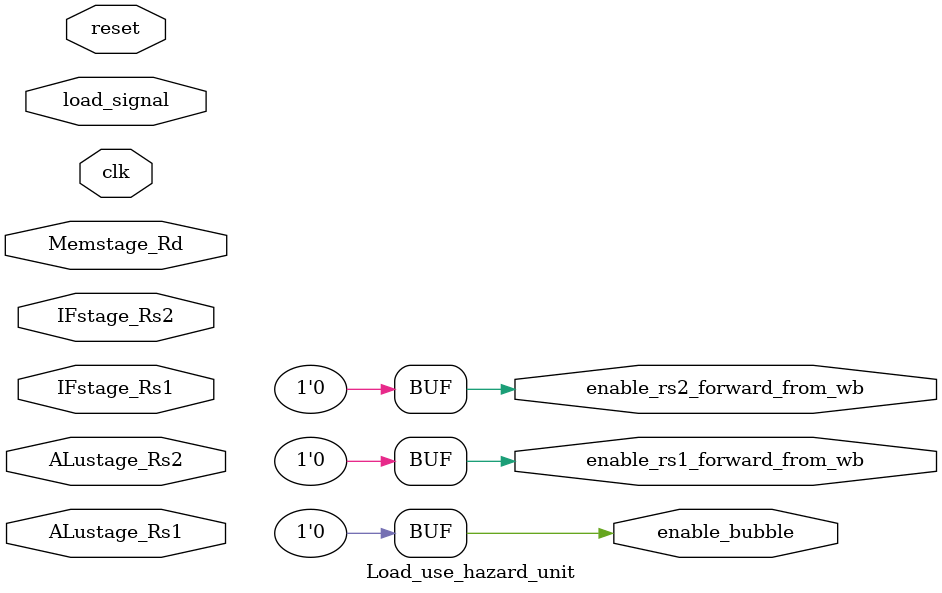
<source format=v>
module Load_use_hazard_unit (
    clk,
    reset,
    load_signal,
    Memstage_Rd,
    IFstage_Rs1,
    IFstage_Rs2,
    ALustage_Rs1,
    ALustage_Rs2,
    enable_rs1_forward_from_wb,
    enable_rs2_forward_from_wb,
    enable_bubble
);

input clk,reset,load_signal;
input [4:0] Memstage_Rd,IFstage_Rs1,IFstage_Rs2,ALustage_Rs1,ALustage_Rs2;

output reg enable_rs1_forward_from_wb,enable_rs2_forward_from_wb,enable_bubble;

wire [4:0] if_rs1_xnor_wire,if_rs2_xnor_wire,alu_rs1_xnor_wire,alu_rs2_xnor_wire;
wire if_rs_1comparing,if_rs_2comparing,alu_rs1comparing,alu_rs2comparing,buble;

// Has to remove this part additional beacuse alu hazard unit also cover
assign #1 if_rs2_xnor_wire=(Memstage_Rd~^IFstage_Rs2);
assign #1 if_rs1_xnor_wire=(Memstage_Rd~^IFstage_Rs1);
assign #1 if_rs_1comparing= (&if_rs1_xnor_wire);   
assign #1 if_rs_2comparing= (&if_rs2_xnor_wire);

assign #1 alu_rs1_xnor_wire=(Memstage_Rd~^ALustage_Rs1);
assign #1 alu_rs2_xnor_wire=(Memstage_Rd~^ALustage_Rs2);
assign #1 alu_rs1comparing= (&alu_rs1_xnor_wire);   
assign #1 alu_rs2comparing= (&alu_rs2_xnor_wire);
assign #1 buble=alu_rs1comparing | alu_rs_2comparing;

always @(posedge clk) begin
    if (load_signal) begin
        enable_rs1_forward_from_wb=if_rs_1comparing|alu_rs1comparing;
        enable_rs2_forward_from_wb=if_rs_2comparing|alu_rs2comparing;
        enable_bubble=buble;
    end
    else begin
        enable_rs1_forward_from_wb=1'b0;
        enable_rs2_forward_from_wb=1'b0;
        enable_bubble=1'b0;    
    end
    
end

always @(reset) begin
    enable_rs1_forward_from_wb=1'b0;
    enable_rs2_forward_from_wb=1'b0;
    enable_bubble=1'b0;
end
endmodule
</source>
